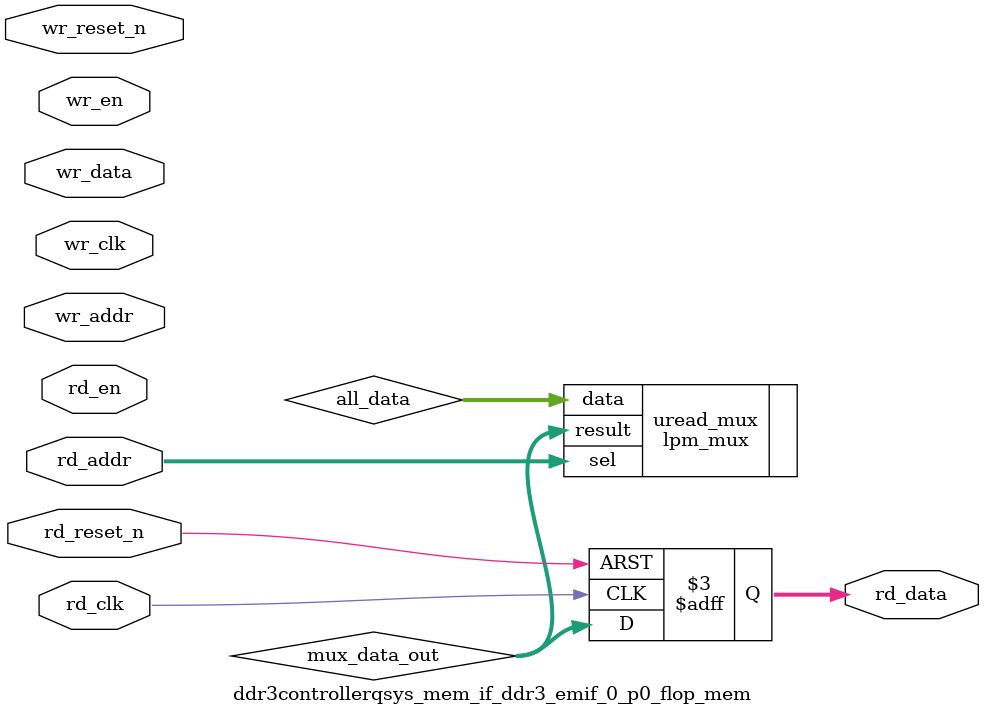
<source format=v>



`timescale 1 ps / 1 ps

(* altera_attribute = "-name ALLOW_SYNCH_CTRL_USAGE ON;-name AUTO_CLOCK_ENABLE_RECOGNITION ON" *)
module ddr3controllerqsys_mem_if_ddr3_emif_0_p0_flop_mem(
	wr_reset_n,
	wr_clk,
	wr_en,
	wr_addr,
	wr_data,
	rd_reset_n,
	rd_clk,
	rd_en,
	rd_addr,
	rd_data
);

parameter WRITE_MEM_DEPTH	= "";
parameter WRITE_ADDR_WIDTH	= "";
parameter WRITE_DATA_WIDTH	= "";
parameter READ_MEM_DEPTH	= "";
parameter READ_ADDR_WIDTH	= "";		 
parameter READ_DATA_WIDTH	= "";


input	wr_reset_n;
input	wr_clk;
input	wr_en;
input	[WRITE_ADDR_WIDTH-1:0] wr_addr;
input	[WRITE_DATA_WIDTH-1:0] wr_data;
input	rd_reset_n;
input	rd_clk;
input	rd_en;
input	[READ_ADDR_WIDTH-1:0] rd_addr;
output	[READ_DATA_WIDTH-1:0] rd_data;



wire	[WRITE_DATA_WIDTH*WRITE_MEM_DEPTH-1:0] all_data;
wire	[READ_DATA_WIDTH-1:0] mux_data_out;



// declare a memory with WRITE_MEM_DEPTH entries
// each entry contains a data size of WRITE_DATA_WIDTH
reg	[WRITE_DATA_WIDTH-1:0] data_stored [0:WRITE_MEM_DEPTH-1] /* synthesis syn_preserve = 1 */;
reg	[READ_DATA_WIDTH-1:0] rd_data;

generate
genvar entry;
	for (entry=0; entry < WRITE_MEM_DEPTH; entry=entry+1)
	begin: mem_location
		assign all_data[(WRITE_DATA_WIDTH*(entry+1)-1) : (WRITE_DATA_WIDTH*entry)] = data_stored[entry]; 
		
		always @(posedge wr_clk or negedge wr_reset_n)
		begin
			if (~wr_reset_n) begin
				data_stored[entry] <= {WRITE_DATA_WIDTH{1'b0}};
			end else begin
				if (wr_en) begin
					if (entry == wr_addr) begin
						data_stored[entry] <= wr_data;
					end
				end
			end
		end		
	end
endgenerate

// mux to select the correct output data based on read address
lpm_mux	uread_mux(
	.sel (rd_addr),
	.data (all_data),
	.result (mux_data_out)
	// synopsys translate_off
	,
	.aclr (),
	.clken (),
	.clock ()
	// synopsys translate_on
	);
 defparam uread_mux.lpm_size = READ_MEM_DEPTH;
 defparam uread_mux.lpm_type = "LPM_MUX";
 defparam uread_mux.lpm_width = READ_DATA_WIDTH;
 defparam uread_mux.lpm_widths = READ_ADDR_WIDTH;

always @(posedge rd_clk or negedge rd_reset_n)	
begin
	if (~rd_reset_n) begin
		rd_data <= {READ_DATA_WIDTH{1'b0}};
	end else begin
		rd_data <= mux_data_out;
	end
end

endmodule

</source>
